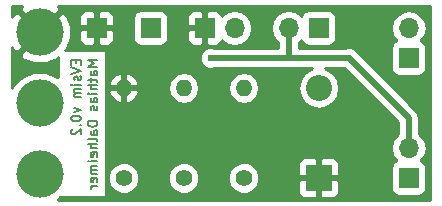
<source format=gbr>
G04 #@! TF.FileFunction,Copper,L2,Bot,Signal*
%FSLAX46Y46*%
G04 Gerber Fmt 4.6, Leading zero omitted, Abs format (unit mm)*
G04 Created by KiCad (PCBNEW 4.0.6) date 2017 September 14, Thursday 21:16:53*
%MOMM*%
%LPD*%
G01*
G04 APERTURE LIST*
%ADD10C,0.100000*%
%ADD11C,0.200000*%
%ADD12R,2.200000X2.200000*%
%ADD13O,2.200000X2.200000*%
%ADD14R,1.700000X1.700000*%
%ADD15O,1.700000X1.700000*%
%ADD16C,1.400000*%
%ADD17O,1.400000X1.400000*%
%ADD18C,4.000000*%
%ADD19C,0.600000*%
%ADD20C,0.500000*%
%ADD21C,0.254000*%
G04 APERTURE END LIST*
D10*
D11*
X130560857Y-99250476D02*
X130560857Y-99517143D01*
X130979905Y-99631429D02*
X130979905Y-99250476D01*
X130179905Y-99250476D01*
X130179905Y-99631429D01*
X130179905Y-99860000D02*
X130979905Y-100126667D01*
X130179905Y-100393334D01*
X130941810Y-100621905D02*
X130979905Y-100698095D01*
X130979905Y-100850476D01*
X130941810Y-100926667D01*
X130865619Y-100964762D01*
X130827524Y-100964762D01*
X130751333Y-100926667D01*
X130713238Y-100850476D01*
X130713238Y-100736191D01*
X130675143Y-100660000D01*
X130598952Y-100621905D01*
X130560857Y-100621905D01*
X130484667Y-100660000D01*
X130446571Y-100736191D01*
X130446571Y-100850476D01*
X130484667Y-100926667D01*
X130979905Y-101307619D02*
X130446571Y-101307619D01*
X130179905Y-101307619D02*
X130218000Y-101269524D01*
X130256095Y-101307619D01*
X130218000Y-101345714D01*
X130179905Y-101307619D01*
X130256095Y-101307619D01*
X130979905Y-101688571D02*
X130446571Y-101688571D01*
X130522762Y-101688571D02*
X130484667Y-101726666D01*
X130446571Y-101802857D01*
X130446571Y-101917143D01*
X130484667Y-101993333D01*
X130560857Y-102031428D01*
X130979905Y-102031428D01*
X130560857Y-102031428D02*
X130484667Y-102069524D01*
X130446571Y-102145714D01*
X130446571Y-102260000D01*
X130484667Y-102336190D01*
X130560857Y-102374285D01*
X130979905Y-102374285D01*
X130446571Y-103288572D02*
X130979905Y-103479048D01*
X130446571Y-103669524D01*
X130179905Y-104126667D02*
X130179905Y-104202858D01*
X130218000Y-104279048D01*
X130256095Y-104317143D01*
X130332286Y-104355239D01*
X130484667Y-104393334D01*
X130675143Y-104393334D01*
X130827524Y-104355239D01*
X130903714Y-104317143D01*
X130941810Y-104279048D01*
X130979905Y-104202858D01*
X130979905Y-104126667D01*
X130941810Y-104050477D01*
X130903714Y-104012381D01*
X130827524Y-103974286D01*
X130675143Y-103936191D01*
X130484667Y-103936191D01*
X130332286Y-103974286D01*
X130256095Y-104012381D01*
X130218000Y-104050477D01*
X130179905Y-104126667D01*
X130903714Y-104736191D02*
X130941810Y-104774286D01*
X130979905Y-104736191D01*
X130941810Y-104698096D01*
X130903714Y-104736191D01*
X130979905Y-104736191D01*
X130256095Y-105079048D02*
X130218000Y-105117143D01*
X130179905Y-105193334D01*
X130179905Y-105383810D01*
X130218000Y-105460000D01*
X130256095Y-105498096D01*
X130332286Y-105536191D01*
X130408476Y-105536191D01*
X130522762Y-105498096D01*
X130979905Y-105040953D01*
X130979905Y-105536191D01*
X132379905Y-99250476D02*
X131579905Y-99250476D01*
X132151333Y-99517143D01*
X131579905Y-99783810D01*
X132379905Y-99783810D01*
X132379905Y-100507619D02*
X131960857Y-100507619D01*
X131884667Y-100469524D01*
X131846571Y-100393334D01*
X131846571Y-100240953D01*
X131884667Y-100164762D01*
X132341810Y-100507619D02*
X132379905Y-100431429D01*
X132379905Y-100240953D01*
X132341810Y-100164762D01*
X132265619Y-100126667D01*
X132189429Y-100126667D01*
X132113238Y-100164762D01*
X132075143Y-100240953D01*
X132075143Y-100431429D01*
X132037048Y-100507619D01*
X131846571Y-100774286D02*
X131846571Y-101079048D01*
X131579905Y-100888572D02*
X132265619Y-100888572D01*
X132341810Y-100926667D01*
X132379905Y-101002858D01*
X132379905Y-101079048D01*
X132379905Y-101345715D02*
X131579905Y-101345715D01*
X132379905Y-101688572D02*
X131960857Y-101688572D01*
X131884667Y-101650477D01*
X131846571Y-101574287D01*
X131846571Y-101460001D01*
X131884667Y-101383810D01*
X131922762Y-101345715D01*
X132379905Y-102069525D02*
X131846571Y-102069525D01*
X131579905Y-102069525D02*
X131618000Y-102031430D01*
X131656095Y-102069525D01*
X131618000Y-102107620D01*
X131579905Y-102069525D01*
X131656095Y-102069525D01*
X132379905Y-102793334D02*
X131960857Y-102793334D01*
X131884667Y-102755239D01*
X131846571Y-102679049D01*
X131846571Y-102526668D01*
X131884667Y-102450477D01*
X132341810Y-102793334D02*
X132379905Y-102717144D01*
X132379905Y-102526668D01*
X132341810Y-102450477D01*
X132265619Y-102412382D01*
X132189429Y-102412382D01*
X132113238Y-102450477D01*
X132075143Y-102526668D01*
X132075143Y-102717144D01*
X132037048Y-102793334D01*
X132341810Y-103136192D02*
X132379905Y-103212382D01*
X132379905Y-103364763D01*
X132341810Y-103440954D01*
X132265619Y-103479049D01*
X132227524Y-103479049D01*
X132151333Y-103440954D01*
X132113238Y-103364763D01*
X132113238Y-103250478D01*
X132075143Y-103174287D01*
X131998952Y-103136192D01*
X131960857Y-103136192D01*
X131884667Y-103174287D01*
X131846571Y-103250478D01*
X131846571Y-103364763D01*
X131884667Y-103440954D01*
X132379905Y-104431430D02*
X131579905Y-104431430D01*
X131579905Y-104621906D01*
X131618000Y-104736192D01*
X131694190Y-104812383D01*
X131770381Y-104850478D01*
X131922762Y-104888573D01*
X132037048Y-104888573D01*
X132189429Y-104850478D01*
X132265619Y-104812383D01*
X132341810Y-104736192D01*
X132379905Y-104621906D01*
X132379905Y-104431430D01*
X132379905Y-105574287D02*
X131960857Y-105574287D01*
X131884667Y-105536192D01*
X131846571Y-105460002D01*
X131846571Y-105307621D01*
X131884667Y-105231430D01*
X132341810Y-105574287D02*
X132379905Y-105498097D01*
X132379905Y-105307621D01*
X132341810Y-105231430D01*
X132265619Y-105193335D01*
X132189429Y-105193335D01*
X132113238Y-105231430D01*
X132075143Y-105307621D01*
X132075143Y-105498097D01*
X132037048Y-105574287D01*
X132379905Y-106069526D02*
X132341810Y-105993335D01*
X132265619Y-105955240D01*
X131579905Y-105955240D01*
X132379905Y-106374288D02*
X131579905Y-106374288D01*
X132379905Y-106717145D02*
X131960857Y-106717145D01*
X131884667Y-106679050D01*
X131846571Y-106602860D01*
X131846571Y-106488574D01*
X131884667Y-106412383D01*
X131922762Y-106374288D01*
X132341810Y-107402860D02*
X132379905Y-107326670D01*
X132379905Y-107174289D01*
X132341810Y-107098098D01*
X132265619Y-107060003D01*
X131960857Y-107060003D01*
X131884667Y-107098098D01*
X131846571Y-107174289D01*
X131846571Y-107326670D01*
X131884667Y-107402860D01*
X131960857Y-107440955D01*
X132037048Y-107440955D01*
X132113238Y-107060003D01*
X132379905Y-107783812D02*
X131846571Y-107783812D01*
X131579905Y-107783812D02*
X131618000Y-107745717D01*
X131656095Y-107783812D01*
X131618000Y-107821907D01*
X131579905Y-107783812D01*
X131656095Y-107783812D01*
X132379905Y-108164764D02*
X131846571Y-108164764D01*
X131922762Y-108164764D02*
X131884667Y-108202859D01*
X131846571Y-108279050D01*
X131846571Y-108393336D01*
X131884667Y-108469526D01*
X131960857Y-108507621D01*
X132379905Y-108507621D01*
X131960857Y-108507621D02*
X131884667Y-108545717D01*
X131846571Y-108621907D01*
X131846571Y-108736193D01*
X131884667Y-108812383D01*
X131960857Y-108850478D01*
X132379905Y-108850478D01*
X132341810Y-109536193D02*
X132379905Y-109460003D01*
X132379905Y-109307622D01*
X132341810Y-109231431D01*
X132265619Y-109193336D01*
X131960857Y-109193336D01*
X131884667Y-109231431D01*
X131846571Y-109307622D01*
X131846571Y-109460003D01*
X131884667Y-109536193D01*
X131960857Y-109574288D01*
X132037048Y-109574288D01*
X132113238Y-109193336D01*
X132379905Y-109917145D02*
X131846571Y-109917145D01*
X131998952Y-109917145D02*
X131922762Y-109955240D01*
X131884667Y-109993336D01*
X131846571Y-110069526D01*
X131846571Y-110145717D01*
D12*
X151130000Y-109220000D03*
D13*
X151130000Y-101600000D03*
D14*
X141478000Y-96520000D03*
D15*
X144018000Y-96520000D03*
D14*
X158750000Y-99060000D03*
D15*
X158750000Y-96520000D03*
D14*
X151130000Y-96520000D03*
D15*
X148590000Y-96520000D03*
D14*
X158750000Y-109220000D03*
D15*
X158750000Y-106680000D03*
D14*
X136906000Y-96520000D03*
X132334000Y-96520000D03*
D16*
X139700000Y-109220000D03*
D17*
X139700000Y-101600000D03*
D16*
X144780000Y-109220000D03*
D17*
X144780000Y-101600000D03*
D16*
X134620000Y-109220000D03*
D17*
X134620000Y-101600000D03*
D18*
X127508000Y-108870000D03*
X127508000Y-102870000D03*
X127508000Y-96870000D03*
D19*
X144780000Y-101600000D03*
X141986000Y-99060000D03*
X153670000Y-99060000D03*
D20*
X141986000Y-99060000D02*
X148590000Y-99060000D01*
X148590000Y-99060000D02*
X148590000Y-96520000D01*
X158750000Y-106680000D02*
X158750000Y-104140000D01*
X158750000Y-104140000D02*
X153670000Y-99060000D01*
X148590000Y-99060000D02*
X148590000Y-96520000D01*
X148590000Y-99060000D02*
X153670000Y-99060000D01*
D21*
G36*
X125812584Y-94994978D02*
X127508000Y-96690395D01*
X129203416Y-94994978D01*
X129021798Y-94690000D01*
X160580000Y-94690000D01*
X160580000Y-111050000D01*
X129053901Y-111050000D01*
X129247332Y-110856907D01*
X133139000Y-110856907D01*
X133139000Y-109484383D01*
X133284769Y-109484383D01*
X133487582Y-109975229D01*
X133862796Y-110351098D01*
X134353287Y-110554768D01*
X134884383Y-110555231D01*
X135375229Y-110352418D01*
X135751098Y-109977204D01*
X135954768Y-109486713D01*
X135954770Y-109484383D01*
X138364769Y-109484383D01*
X138567582Y-109975229D01*
X138942796Y-110351098D01*
X139433287Y-110554768D01*
X139964383Y-110555231D01*
X140455229Y-110352418D01*
X140831098Y-109977204D01*
X141034768Y-109486713D01*
X141034770Y-109484383D01*
X143444769Y-109484383D01*
X143647582Y-109975229D01*
X144022796Y-110351098D01*
X144513287Y-110554768D01*
X145044383Y-110555231D01*
X145535229Y-110352418D01*
X145911098Y-109977204D01*
X146106863Y-109505750D01*
X149395000Y-109505750D01*
X149395000Y-110446309D01*
X149491673Y-110679698D01*
X149670301Y-110858327D01*
X149903690Y-110955000D01*
X150844250Y-110955000D01*
X151003000Y-110796250D01*
X151003000Y-109347000D01*
X151257000Y-109347000D01*
X151257000Y-110796250D01*
X151415750Y-110955000D01*
X152356310Y-110955000D01*
X152589699Y-110858327D01*
X152768327Y-110679698D01*
X152865000Y-110446309D01*
X152865000Y-109505750D01*
X152706250Y-109347000D01*
X151257000Y-109347000D01*
X151003000Y-109347000D01*
X149553750Y-109347000D01*
X149395000Y-109505750D01*
X146106863Y-109505750D01*
X146114768Y-109486713D01*
X146115231Y-108955617D01*
X145912418Y-108464771D01*
X145537204Y-108088902D01*
X145307911Y-107993691D01*
X149395000Y-107993691D01*
X149395000Y-108934250D01*
X149553750Y-109093000D01*
X151003000Y-109093000D01*
X151003000Y-107643750D01*
X151257000Y-107643750D01*
X151257000Y-109093000D01*
X152706250Y-109093000D01*
X152865000Y-108934250D01*
X152865000Y-107993691D01*
X152768327Y-107760302D01*
X152589699Y-107581673D01*
X152356310Y-107485000D01*
X151415750Y-107485000D01*
X151257000Y-107643750D01*
X151003000Y-107643750D01*
X150844250Y-107485000D01*
X149903690Y-107485000D01*
X149670301Y-107581673D01*
X149491673Y-107760302D01*
X149395000Y-107993691D01*
X145307911Y-107993691D01*
X145046713Y-107885232D01*
X144515617Y-107884769D01*
X144024771Y-108087582D01*
X143648902Y-108462796D01*
X143445232Y-108953287D01*
X143444769Y-109484383D01*
X141034770Y-109484383D01*
X141035231Y-108955617D01*
X140832418Y-108464771D01*
X140457204Y-108088902D01*
X139966713Y-107885232D01*
X139435617Y-107884769D01*
X138944771Y-108087582D01*
X138568902Y-108462796D01*
X138365232Y-108953287D01*
X138364769Y-109484383D01*
X135954770Y-109484383D01*
X135955231Y-108955617D01*
X135752418Y-108464771D01*
X135377204Y-108088902D01*
X134886713Y-107885232D01*
X134355617Y-107884769D01*
X133864771Y-108087582D01*
X133488902Y-108462796D01*
X133285232Y-108953287D01*
X133284769Y-109484383D01*
X133139000Y-109484383D01*
X133139000Y-101933331D01*
X133327273Y-101933331D01*
X133553236Y-102402663D01*
X133941604Y-102749797D01*
X134286671Y-102892716D01*
X134493000Y-102769374D01*
X134493000Y-101727000D01*
X134747000Y-101727000D01*
X134747000Y-102769374D01*
X134953329Y-102892716D01*
X135298396Y-102749797D01*
X135686764Y-102402663D01*
X135912727Y-101933331D01*
X135790206Y-101727000D01*
X134747000Y-101727000D01*
X134493000Y-101727000D01*
X133449794Y-101727000D01*
X133327273Y-101933331D01*
X133139000Y-101933331D01*
X133139000Y-101573846D01*
X138365000Y-101573846D01*
X138365000Y-101626154D01*
X138466621Y-102137036D01*
X138756012Y-102570142D01*
X139189118Y-102859533D01*
X139700000Y-102961154D01*
X140210882Y-102859533D01*
X140643988Y-102570142D01*
X140933379Y-102137036D01*
X141035000Y-101626154D01*
X141035000Y-101573846D01*
X143445000Y-101573846D01*
X143445000Y-101626154D01*
X143546621Y-102137036D01*
X143836012Y-102570142D01*
X144269118Y-102859533D01*
X144780000Y-102961154D01*
X145290882Y-102859533D01*
X145723988Y-102570142D01*
X146013379Y-102137036D01*
X146115000Y-101626154D01*
X146115000Y-101573846D01*
X146013379Y-101062964D01*
X145723988Y-100629858D01*
X145290882Y-100340467D01*
X144780000Y-100238846D01*
X144269118Y-100340467D01*
X143836012Y-100629858D01*
X143546621Y-101062964D01*
X143445000Y-101573846D01*
X141035000Y-101573846D01*
X140933379Y-101062964D01*
X140643988Y-100629858D01*
X140210882Y-100340467D01*
X139700000Y-100238846D01*
X139189118Y-100340467D01*
X138756012Y-100629858D01*
X138466621Y-101062964D01*
X138365000Y-101573846D01*
X133139000Y-101573846D01*
X133139000Y-101266669D01*
X133327273Y-101266669D01*
X133449794Y-101473000D01*
X134493000Y-101473000D01*
X134493000Y-100430626D01*
X134747000Y-100430626D01*
X134747000Y-101473000D01*
X135790206Y-101473000D01*
X135912727Y-101266669D01*
X135686764Y-100797337D01*
X135298396Y-100450203D01*
X134953329Y-100307284D01*
X134747000Y-100430626D01*
X134493000Y-100430626D01*
X134286671Y-100307284D01*
X133941604Y-100450203D01*
X133553236Y-100797337D01*
X133327273Y-101266669D01*
X133139000Y-101266669D01*
X133139000Y-99245167D01*
X141050838Y-99245167D01*
X141192883Y-99588943D01*
X141455673Y-99852192D01*
X141799201Y-99994838D01*
X142171167Y-99995162D01*
X142292569Y-99945000D01*
X150556928Y-99945000D01*
X150466044Y-99963078D01*
X149903170Y-100339179D01*
X149527069Y-100902053D01*
X149395000Y-101566009D01*
X149395000Y-101633991D01*
X149527069Y-102297947D01*
X149903170Y-102860821D01*
X150466044Y-103236922D01*
X151130000Y-103368991D01*
X151793956Y-103236922D01*
X152356830Y-102860821D01*
X152732931Y-102297947D01*
X152865000Y-101633991D01*
X152865000Y-101566009D01*
X152732931Y-100902053D01*
X152356830Y-100339179D01*
X151793956Y-99963078D01*
X151703072Y-99945000D01*
X153303420Y-99945000D01*
X157865000Y-104506579D01*
X157865000Y-105500221D01*
X157670853Y-105629946D01*
X157348946Y-106111715D01*
X157235907Y-106680000D01*
X157348946Y-107248285D01*
X157670853Y-107730054D01*
X157712452Y-107757850D01*
X157664683Y-107766838D01*
X157448559Y-107905910D01*
X157303569Y-108118110D01*
X157252560Y-108370000D01*
X157252560Y-110070000D01*
X157296838Y-110305317D01*
X157435910Y-110521441D01*
X157648110Y-110666431D01*
X157900000Y-110717440D01*
X159600000Y-110717440D01*
X159835317Y-110673162D01*
X160051441Y-110534090D01*
X160196431Y-110321890D01*
X160247440Y-110070000D01*
X160247440Y-108370000D01*
X160203162Y-108134683D01*
X160064090Y-107918559D01*
X159851890Y-107773569D01*
X159784459Y-107759914D01*
X159829147Y-107730054D01*
X160151054Y-107248285D01*
X160264093Y-106680000D01*
X160151054Y-106111715D01*
X159829147Y-105629946D01*
X159635000Y-105500221D01*
X159635000Y-104140005D01*
X159635001Y-104140000D01*
X159567633Y-103801326D01*
X159567633Y-103801325D01*
X159375790Y-103514210D01*
X159375787Y-103514208D01*
X154512744Y-98651164D01*
X154463117Y-98531057D01*
X154200327Y-98267808D01*
X153856799Y-98125162D01*
X153484833Y-98124838D01*
X153363431Y-98175000D01*
X149475000Y-98175000D01*
X149475000Y-97709432D01*
X149640054Y-97599147D01*
X149667850Y-97557548D01*
X149676838Y-97605317D01*
X149815910Y-97821441D01*
X150028110Y-97966431D01*
X150280000Y-98017440D01*
X151980000Y-98017440D01*
X152215317Y-97973162D01*
X152431441Y-97834090D01*
X152576431Y-97621890D01*
X152627440Y-97370000D01*
X152627440Y-96520000D01*
X157235907Y-96520000D01*
X157348946Y-97088285D01*
X157670853Y-97570054D01*
X157712452Y-97597850D01*
X157664683Y-97606838D01*
X157448559Y-97745910D01*
X157303569Y-97958110D01*
X157252560Y-98210000D01*
X157252560Y-99910000D01*
X157296838Y-100145317D01*
X157435910Y-100361441D01*
X157648110Y-100506431D01*
X157900000Y-100557440D01*
X159600000Y-100557440D01*
X159835317Y-100513162D01*
X160051441Y-100374090D01*
X160196431Y-100161890D01*
X160247440Y-99910000D01*
X160247440Y-98210000D01*
X160203162Y-97974683D01*
X160064090Y-97758559D01*
X159851890Y-97613569D01*
X159784459Y-97599914D01*
X159829147Y-97570054D01*
X160151054Y-97088285D01*
X160264093Y-96520000D01*
X160151054Y-95951715D01*
X159829147Y-95469946D01*
X159347378Y-95148039D01*
X158779093Y-95035000D01*
X158720907Y-95035000D01*
X158152622Y-95148039D01*
X157670853Y-95469946D01*
X157348946Y-95951715D01*
X157235907Y-96520000D01*
X152627440Y-96520000D01*
X152627440Y-95670000D01*
X152583162Y-95434683D01*
X152444090Y-95218559D01*
X152231890Y-95073569D01*
X151980000Y-95022560D01*
X150280000Y-95022560D01*
X150044683Y-95066838D01*
X149828559Y-95205910D01*
X149683569Y-95418110D01*
X149669914Y-95485541D01*
X149640054Y-95440853D01*
X149158285Y-95118946D01*
X148590000Y-95005907D01*
X148021715Y-95118946D01*
X147539946Y-95440853D01*
X147218039Y-95922622D01*
X147105000Y-96490907D01*
X147105000Y-96549093D01*
X147218039Y-97117378D01*
X147539946Y-97599147D01*
X147705000Y-97709432D01*
X147705000Y-98175000D01*
X142292822Y-98175000D01*
X142172799Y-98125162D01*
X141800833Y-98124838D01*
X141457057Y-98266883D01*
X141193808Y-98529673D01*
X141051162Y-98873201D01*
X141050838Y-99245167D01*
X133139000Y-99245167D01*
X133139000Y-98425000D01*
X129618812Y-98425000D01*
X129753743Y-98344647D01*
X130147119Y-97372988D01*
X130142571Y-96805750D01*
X130849000Y-96805750D01*
X130849000Y-97496309D01*
X130945673Y-97729698D01*
X131124301Y-97908327D01*
X131357690Y-98005000D01*
X132048250Y-98005000D01*
X132207000Y-97846250D01*
X132207000Y-96647000D01*
X132461000Y-96647000D01*
X132461000Y-97846250D01*
X132619750Y-98005000D01*
X133310310Y-98005000D01*
X133543699Y-97908327D01*
X133722327Y-97729698D01*
X133819000Y-97496309D01*
X133819000Y-96805750D01*
X133660250Y-96647000D01*
X132461000Y-96647000D01*
X132207000Y-96647000D01*
X131007750Y-96647000D01*
X130849000Y-96805750D01*
X130142571Y-96805750D01*
X130138713Y-96324753D01*
X129815187Y-95543691D01*
X130849000Y-95543691D01*
X130849000Y-96234250D01*
X131007750Y-96393000D01*
X132207000Y-96393000D01*
X132207000Y-95193750D01*
X132461000Y-95193750D01*
X132461000Y-96393000D01*
X133660250Y-96393000D01*
X133819000Y-96234250D01*
X133819000Y-95670000D01*
X135408560Y-95670000D01*
X135408560Y-97370000D01*
X135452838Y-97605317D01*
X135591910Y-97821441D01*
X135804110Y-97966431D01*
X136056000Y-98017440D01*
X137756000Y-98017440D01*
X137991317Y-97973162D01*
X138207441Y-97834090D01*
X138352431Y-97621890D01*
X138403440Y-97370000D01*
X138403440Y-96805750D01*
X139993000Y-96805750D01*
X139993000Y-97496309D01*
X140089673Y-97729698D01*
X140268301Y-97908327D01*
X140501690Y-98005000D01*
X141192250Y-98005000D01*
X141351000Y-97846250D01*
X141351000Y-96647000D01*
X140151750Y-96647000D01*
X139993000Y-96805750D01*
X138403440Y-96805750D01*
X138403440Y-95670000D01*
X138379674Y-95543691D01*
X139993000Y-95543691D01*
X139993000Y-96234250D01*
X140151750Y-96393000D01*
X141351000Y-96393000D01*
X141351000Y-95193750D01*
X141605000Y-95193750D01*
X141605000Y-96393000D01*
X141625000Y-96393000D01*
X141625000Y-96647000D01*
X141605000Y-96647000D01*
X141605000Y-97846250D01*
X141763750Y-98005000D01*
X142454310Y-98005000D01*
X142687699Y-97908327D01*
X142866327Y-97729698D01*
X142938597Y-97555223D01*
X142967946Y-97599147D01*
X143449715Y-97921054D01*
X144018000Y-98034093D01*
X144586285Y-97921054D01*
X145068054Y-97599147D01*
X145389961Y-97117378D01*
X145503000Y-96549093D01*
X145503000Y-96490907D01*
X145389961Y-95922622D01*
X145068054Y-95440853D01*
X144586285Y-95118946D01*
X144018000Y-95005907D01*
X143449715Y-95118946D01*
X142967946Y-95440853D01*
X142938597Y-95484777D01*
X142866327Y-95310302D01*
X142687699Y-95131673D01*
X142454310Y-95035000D01*
X141763750Y-95035000D01*
X141605000Y-95193750D01*
X141351000Y-95193750D01*
X141192250Y-95035000D01*
X140501690Y-95035000D01*
X140268301Y-95131673D01*
X140089673Y-95310302D01*
X139993000Y-95543691D01*
X138379674Y-95543691D01*
X138359162Y-95434683D01*
X138220090Y-95218559D01*
X138007890Y-95073569D01*
X137756000Y-95022560D01*
X136056000Y-95022560D01*
X135820683Y-95066838D01*
X135604559Y-95205910D01*
X135459569Y-95418110D01*
X135408560Y-95670000D01*
X133819000Y-95670000D01*
X133819000Y-95543691D01*
X133722327Y-95310302D01*
X133543699Y-95131673D01*
X133310310Y-95035000D01*
X132619750Y-95035000D01*
X132461000Y-95193750D01*
X132207000Y-95193750D01*
X132048250Y-95035000D01*
X131357690Y-95035000D01*
X131124301Y-95131673D01*
X130945673Y-95310302D01*
X130849000Y-95543691D01*
X129815187Y-95543691D01*
X129753743Y-95395353D01*
X129383022Y-95174584D01*
X127687605Y-96870000D01*
X127701748Y-96884142D01*
X127522142Y-97063748D01*
X127508000Y-97049605D01*
X125812584Y-98745022D01*
X126033353Y-99115743D01*
X127005012Y-99509119D01*
X128053247Y-99500713D01*
X128982647Y-99115743D01*
X129069000Y-98970737D01*
X129069000Y-100704017D01*
X129002557Y-100637458D01*
X128034433Y-100235458D01*
X126986166Y-100234543D01*
X126017342Y-100634853D01*
X125275458Y-101375443D01*
X125170000Y-101629414D01*
X125170000Y-98121919D01*
X125262257Y-98344647D01*
X125632978Y-98565416D01*
X127328395Y-96870000D01*
X125632978Y-95174584D01*
X125262257Y-95395353D01*
X125170000Y-95623233D01*
X125170000Y-94690000D01*
X125994202Y-94690000D01*
X125812584Y-94994978D01*
X125812584Y-94994978D01*
G37*
X125812584Y-94994978D02*
X127508000Y-96690395D01*
X129203416Y-94994978D01*
X129021798Y-94690000D01*
X160580000Y-94690000D01*
X160580000Y-111050000D01*
X129053901Y-111050000D01*
X129247332Y-110856907D01*
X133139000Y-110856907D01*
X133139000Y-109484383D01*
X133284769Y-109484383D01*
X133487582Y-109975229D01*
X133862796Y-110351098D01*
X134353287Y-110554768D01*
X134884383Y-110555231D01*
X135375229Y-110352418D01*
X135751098Y-109977204D01*
X135954768Y-109486713D01*
X135954770Y-109484383D01*
X138364769Y-109484383D01*
X138567582Y-109975229D01*
X138942796Y-110351098D01*
X139433287Y-110554768D01*
X139964383Y-110555231D01*
X140455229Y-110352418D01*
X140831098Y-109977204D01*
X141034768Y-109486713D01*
X141034770Y-109484383D01*
X143444769Y-109484383D01*
X143647582Y-109975229D01*
X144022796Y-110351098D01*
X144513287Y-110554768D01*
X145044383Y-110555231D01*
X145535229Y-110352418D01*
X145911098Y-109977204D01*
X146106863Y-109505750D01*
X149395000Y-109505750D01*
X149395000Y-110446309D01*
X149491673Y-110679698D01*
X149670301Y-110858327D01*
X149903690Y-110955000D01*
X150844250Y-110955000D01*
X151003000Y-110796250D01*
X151003000Y-109347000D01*
X151257000Y-109347000D01*
X151257000Y-110796250D01*
X151415750Y-110955000D01*
X152356310Y-110955000D01*
X152589699Y-110858327D01*
X152768327Y-110679698D01*
X152865000Y-110446309D01*
X152865000Y-109505750D01*
X152706250Y-109347000D01*
X151257000Y-109347000D01*
X151003000Y-109347000D01*
X149553750Y-109347000D01*
X149395000Y-109505750D01*
X146106863Y-109505750D01*
X146114768Y-109486713D01*
X146115231Y-108955617D01*
X145912418Y-108464771D01*
X145537204Y-108088902D01*
X145307911Y-107993691D01*
X149395000Y-107993691D01*
X149395000Y-108934250D01*
X149553750Y-109093000D01*
X151003000Y-109093000D01*
X151003000Y-107643750D01*
X151257000Y-107643750D01*
X151257000Y-109093000D01*
X152706250Y-109093000D01*
X152865000Y-108934250D01*
X152865000Y-107993691D01*
X152768327Y-107760302D01*
X152589699Y-107581673D01*
X152356310Y-107485000D01*
X151415750Y-107485000D01*
X151257000Y-107643750D01*
X151003000Y-107643750D01*
X150844250Y-107485000D01*
X149903690Y-107485000D01*
X149670301Y-107581673D01*
X149491673Y-107760302D01*
X149395000Y-107993691D01*
X145307911Y-107993691D01*
X145046713Y-107885232D01*
X144515617Y-107884769D01*
X144024771Y-108087582D01*
X143648902Y-108462796D01*
X143445232Y-108953287D01*
X143444769Y-109484383D01*
X141034770Y-109484383D01*
X141035231Y-108955617D01*
X140832418Y-108464771D01*
X140457204Y-108088902D01*
X139966713Y-107885232D01*
X139435617Y-107884769D01*
X138944771Y-108087582D01*
X138568902Y-108462796D01*
X138365232Y-108953287D01*
X138364769Y-109484383D01*
X135954770Y-109484383D01*
X135955231Y-108955617D01*
X135752418Y-108464771D01*
X135377204Y-108088902D01*
X134886713Y-107885232D01*
X134355617Y-107884769D01*
X133864771Y-108087582D01*
X133488902Y-108462796D01*
X133285232Y-108953287D01*
X133284769Y-109484383D01*
X133139000Y-109484383D01*
X133139000Y-101933331D01*
X133327273Y-101933331D01*
X133553236Y-102402663D01*
X133941604Y-102749797D01*
X134286671Y-102892716D01*
X134493000Y-102769374D01*
X134493000Y-101727000D01*
X134747000Y-101727000D01*
X134747000Y-102769374D01*
X134953329Y-102892716D01*
X135298396Y-102749797D01*
X135686764Y-102402663D01*
X135912727Y-101933331D01*
X135790206Y-101727000D01*
X134747000Y-101727000D01*
X134493000Y-101727000D01*
X133449794Y-101727000D01*
X133327273Y-101933331D01*
X133139000Y-101933331D01*
X133139000Y-101573846D01*
X138365000Y-101573846D01*
X138365000Y-101626154D01*
X138466621Y-102137036D01*
X138756012Y-102570142D01*
X139189118Y-102859533D01*
X139700000Y-102961154D01*
X140210882Y-102859533D01*
X140643988Y-102570142D01*
X140933379Y-102137036D01*
X141035000Y-101626154D01*
X141035000Y-101573846D01*
X143445000Y-101573846D01*
X143445000Y-101626154D01*
X143546621Y-102137036D01*
X143836012Y-102570142D01*
X144269118Y-102859533D01*
X144780000Y-102961154D01*
X145290882Y-102859533D01*
X145723988Y-102570142D01*
X146013379Y-102137036D01*
X146115000Y-101626154D01*
X146115000Y-101573846D01*
X146013379Y-101062964D01*
X145723988Y-100629858D01*
X145290882Y-100340467D01*
X144780000Y-100238846D01*
X144269118Y-100340467D01*
X143836012Y-100629858D01*
X143546621Y-101062964D01*
X143445000Y-101573846D01*
X141035000Y-101573846D01*
X140933379Y-101062964D01*
X140643988Y-100629858D01*
X140210882Y-100340467D01*
X139700000Y-100238846D01*
X139189118Y-100340467D01*
X138756012Y-100629858D01*
X138466621Y-101062964D01*
X138365000Y-101573846D01*
X133139000Y-101573846D01*
X133139000Y-101266669D01*
X133327273Y-101266669D01*
X133449794Y-101473000D01*
X134493000Y-101473000D01*
X134493000Y-100430626D01*
X134747000Y-100430626D01*
X134747000Y-101473000D01*
X135790206Y-101473000D01*
X135912727Y-101266669D01*
X135686764Y-100797337D01*
X135298396Y-100450203D01*
X134953329Y-100307284D01*
X134747000Y-100430626D01*
X134493000Y-100430626D01*
X134286671Y-100307284D01*
X133941604Y-100450203D01*
X133553236Y-100797337D01*
X133327273Y-101266669D01*
X133139000Y-101266669D01*
X133139000Y-99245167D01*
X141050838Y-99245167D01*
X141192883Y-99588943D01*
X141455673Y-99852192D01*
X141799201Y-99994838D01*
X142171167Y-99995162D01*
X142292569Y-99945000D01*
X150556928Y-99945000D01*
X150466044Y-99963078D01*
X149903170Y-100339179D01*
X149527069Y-100902053D01*
X149395000Y-101566009D01*
X149395000Y-101633991D01*
X149527069Y-102297947D01*
X149903170Y-102860821D01*
X150466044Y-103236922D01*
X151130000Y-103368991D01*
X151793956Y-103236922D01*
X152356830Y-102860821D01*
X152732931Y-102297947D01*
X152865000Y-101633991D01*
X152865000Y-101566009D01*
X152732931Y-100902053D01*
X152356830Y-100339179D01*
X151793956Y-99963078D01*
X151703072Y-99945000D01*
X153303420Y-99945000D01*
X157865000Y-104506579D01*
X157865000Y-105500221D01*
X157670853Y-105629946D01*
X157348946Y-106111715D01*
X157235907Y-106680000D01*
X157348946Y-107248285D01*
X157670853Y-107730054D01*
X157712452Y-107757850D01*
X157664683Y-107766838D01*
X157448559Y-107905910D01*
X157303569Y-108118110D01*
X157252560Y-108370000D01*
X157252560Y-110070000D01*
X157296838Y-110305317D01*
X157435910Y-110521441D01*
X157648110Y-110666431D01*
X157900000Y-110717440D01*
X159600000Y-110717440D01*
X159835317Y-110673162D01*
X160051441Y-110534090D01*
X160196431Y-110321890D01*
X160247440Y-110070000D01*
X160247440Y-108370000D01*
X160203162Y-108134683D01*
X160064090Y-107918559D01*
X159851890Y-107773569D01*
X159784459Y-107759914D01*
X159829147Y-107730054D01*
X160151054Y-107248285D01*
X160264093Y-106680000D01*
X160151054Y-106111715D01*
X159829147Y-105629946D01*
X159635000Y-105500221D01*
X159635000Y-104140005D01*
X159635001Y-104140000D01*
X159567633Y-103801326D01*
X159567633Y-103801325D01*
X159375790Y-103514210D01*
X159375787Y-103514208D01*
X154512744Y-98651164D01*
X154463117Y-98531057D01*
X154200327Y-98267808D01*
X153856799Y-98125162D01*
X153484833Y-98124838D01*
X153363431Y-98175000D01*
X149475000Y-98175000D01*
X149475000Y-97709432D01*
X149640054Y-97599147D01*
X149667850Y-97557548D01*
X149676838Y-97605317D01*
X149815910Y-97821441D01*
X150028110Y-97966431D01*
X150280000Y-98017440D01*
X151980000Y-98017440D01*
X152215317Y-97973162D01*
X152431441Y-97834090D01*
X152576431Y-97621890D01*
X152627440Y-97370000D01*
X152627440Y-96520000D01*
X157235907Y-96520000D01*
X157348946Y-97088285D01*
X157670853Y-97570054D01*
X157712452Y-97597850D01*
X157664683Y-97606838D01*
X157448559Y-97745910D01*
X157303569Y-97958110D01*
X157252560Y-98210000D01*
X157252560Y-99910000D01*
X157296838Y-100145317D01*
X157435910Y-100361441D01*
X157648110Y-100506431D01*
X157900000Y-100557440D01*
X159600000Y-100557440D01*
X159835317Y-100513162D01*
X160051441Y-100374090D01*
X160196431Y-100161890D01*
X160247440Y-99910000D01*
X160247440Y-98210000D01*
X160203162Y-97974683D01*
X160064090Y-97758559D01*
X159851890Y-97613569D01*
X159784459Y-97599914D01*
X159829147Y-97570054D01*
X160151054Y-97088285D01*
X160264093Y-96520000D01*
X160151054Y-95951715D01*
X159829147Y-95469946D01*
X159347378Y-95148039D01*
X158779093Y-95035000D01*
X158720907Y-95035000D01*
X158152622Y-95148039D01*
X157670853Y-95469946D01*
X157348946Y-95951715D01*
X157235907Y-96520000D01*
X152627440Y-96520000D01*
X152627440Y-95670000D01*
X152583162Y-95434683D01*
X152444090Y-95218559D01*
X152231890Y-95073569D01*
X151980000Y-95022560D01*
X150280000Y-95022560D01*
X150044683Y-95066838D01*
X149828559Y-95205910D01*
X149683569Y-95418110D01*
X149669914Y-95485541D01*
X149640054Y-95440853D01*
X149158285Y-95118946D01*
X148590000Y-95005907D01*
X148021715Y-95118946D01*
X147539946Y-95440853D01*
X147218039Y-95922622D01*
X147105000Y-96490907D01*
X147105000Y-96549093D01*
X147218039Y-97117378D01*
X147539946Y-97599147D01*
X147705000Y-97709432D01*
X147705000Y-98175000D01*
X142292822Y-98175000D01*
X142172799Y-98125162D01*
X141800833Y-98124838D01*
X141457057Y-98266883D01*
X141193808Y-98529673D01*
X141051162Y-98873201D01*
X141050838Y-99245167D01*
X133139000Y-99245167D01*
X133139000Y-98425000D01*
X129618812Y-98425000D01*
X129753743Y-98344647D01*
X130147119Y-97372988D01*
X130142571Y-96805750D01*
X130849000Y-96805750D01*
X130849000Y-97496309D01*
X130945673Y-97729698D01*
X131124301Y-97908327D01*
X131357690Y-98005000D01*
X132048250Y-98005000D01*
X132207000Y-97846250D01*
X132207000Y-96647000D01*
X132461000Y-96647000D01*
X132461000Y-97846250D01*
X132619750Y-98005000D01*
X133310310Y-98005000D01*
X133543699Y-97908327D01*
X133722327Y-97729698D01*
X133819000Y-97496309D01*
X133819000Y-96805750D01*
X133660250Y-96647000D01*
X132461000Y-96647000D01*
X132207000Y-96647000D01*
X131007750Y-96647000D01*
X130849000Y-96805750D01*
X130142571Y-96805750D01*
X130138713Y-96324753D01*
X129815187Y-95543691D01*
X130849000Y-95543691D01*
X130849000Y-96234250D01*
X131007750Y-96393000D01*
X132207000Y-96393000D01*
X132207000Y-95193750D01*
X132461000Y-95193750D01*
X132461000Y-96393000D01*
X133660250Y-96393000D01*
X133819000Y-96234250D01*
X133819000Y-95670000D01*
X135408560Y-95670000D01*
X135408560Y-97370000D01*
X135452838Y-97605317D01*
X135591910Y-97821441D01*
X135804110Y-97966431D01*
X136056000Y-98017440D01*
X137756000Y-98017440D01*
X137991317Y-97973162D01*
X138207441Y-97834090D01*
X138352431Y-97621890D01*
X138403440Y-97370000D01*
X138403440Y-96805750D01*
X139993000Y-96805750D01*
X139993000Y-97496309D01*
X140089673Y-97729698D01*
X140268301Y-97908327D01*
X140501690Y-98005000D01*
X141192250Y-98005000D01*
X141351000Y-97846250D01*
X141351000Y-96647000D01*
X140151750Y-96647000D01*
X139993000Y-96805750D01*
X138403440Y-96805750D01*
X138403440Y-95670000D01*
X138379674Y-95543691D01*
X139993000Y-95543691D01*
X139993000Y-96234250D01*
X140151750Y-96393000D01*
X141351000Y-96393000D01*
X141351000Y-95193750D01*
X141605000Y-95193750D01*
X141605000Y-96393000D01*
X141625000Y-96393000D01*
X141625000Y-96647000D01*
X141605000Y-96647000D01*
X141605000Y-97846250D01*
X141763750Y-98005000D01*
X142454310Y-98005000D01*
X142687699Y-97908327D01*
X142866327Y-97729698D01*
X142938597Y-97555223D01*
X142967946Y-97599147D01*
X143449715Y-97921054D01*
X144018000Y-98034093D01*
X144586285Y-97921054D01*
X145068054Y-97599147D01*
X145389961Y-97117378D01*
X145503000Y-96549093D01*
X145503000Y-96490907D01*
X145389961Y-95922622D01*
X145068054Y-95440853D01*
X144586285Y-95118946D01*
X144018000Y-95005907D01*
X143449715Y-95118946D01*
X142967946Y-95440853D01*
X142938597Y-95484777D01*
X142866327Y-95310302D01*
X142687699Y-95131673D01*
X142454310Y-95035000D01*
X141763750Y-95035000D01*
X141605000Y-95193750D01*
X141351000Y-95193750D01*
X141192250Y-95035000D01*
X140501690Y-95035000D01*
X140268301Y-95131673D01*
X140089673Y-95310302D01*
X139993000Y-95543691D01*
X138379674Y-95543691D01*
X138359162Y-95434683D01*
X138220090Y-95218559D01*
X138007890Y-95073569D01*
X137756000Y-95022560D01*
X136056000Y-95022560D01*
X135820683Y-95066838D01*
X135604559Y-95205910D01*
X135459569Y-95418110D01*
X135408560Y-95670000D01*
X133819000Y-95670000D01*
X133819000Y-95543691D01*
X133722327Y-95310302D01*
X133543699Y-95131673D01*
X133310310Y-95035000D01*
X132619750Y-95035000D01*
X132461000Y-95193750D01*
X132207000Y-95193750D01*
X132048250Y-95035000D01*
X131357690Y-95035000D01*
X131124301Y-95131673D01*
X130945673Y-95310302D01*
X130849000Y-95543691D01*
X129815187Y-95543691D01*
X129753743Y-95395353D01*
X129383022Y-95174584D01*
X127687605Y-96870000D01*
X127701748Y-96884142D01*
X127522142Y-97063748D01*
X127508000Y-97049605D01*
X125812584Y-98745022D01*
X126033353Y-99115743D01*
X127005012Y-99509119D01*
X128053247Y-99500713D01*
X128982647Y-99115743D01*
X129069000Y-98970737D01*
X129069000Y-100704017D01*
X129002557Y-100637458D01*
X128034433Y-100235458D01*
X126986166Y-100234543D01*
X126017342Y-100634853D01*
X125275458Y-101375443D01*
X125170000Y-101629414D01*
X125170000Y-98121919D01*
X125262257Y-98344647D01*
X125632978Y-98565416D01*
X127328395Y-96870000D01*
X125632978Y-95174584D01*
X125262257Y-95395353D01*
X125170000Y-95623233D01*
X125170000Y-94690000D01*
X125994202Y-94690000D01*
X125812584Y-94994978D01*
M02*

</source>
